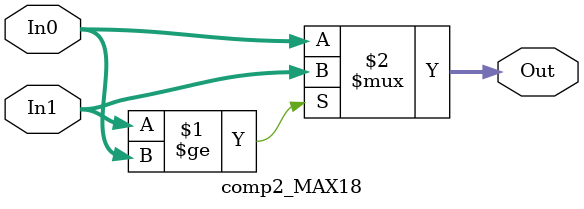
<source format=v>

module comp2_MAX18(In1,In0,Out);

//---------------------------------
// In0: input binary code;
// In1: input binary code;
// Out: is the max value;
//---------------------------------

input  [6:0] In0,In1; // Input data
output [6:0] Out;    // Ouput data

assign Out= (In1>=In0) ? In1:In0;

endmodule
</source>
